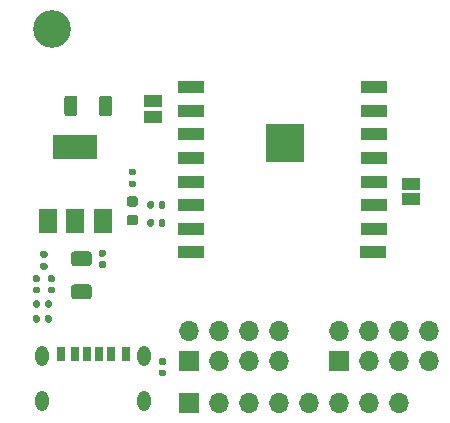
<source format=gbr>
%TF.GenerationSoftware,KiCad,Pcbnew,5.1.10*%
%TF.CreationDate,2021-05-31T03:58:19-05:00*%
%TF.ProjectId,airsensor,61697273-656e-4736-9f72-2e6b69636164,rev?*%
%TF.SameCoordinates,Original*%
%TF.FileFunction,Soldermask,Top*%
%TF.FilePolarity,Negative*%
%FSLAX46Y46*%
G04 Gerber Fmt 4.6, Leading zero omitted, Abs format (unit mm)*
G04 Created by KiCad (PCBNEW 5.1.10) date 2021-05-31 03:58:19*
%MOMM*%
%LPD*%
G01*
G04 APERTURE LIST*
%ADD10R,0.800000X1.200000*%
%ADD11R,0.760000X1.200000*%
%ADD12R,0.700000X1.200000*%
%ADD13O,1.110000X1.710000*%
%ADD14C,3.200000*%
%ADD15R,1.500000X2.000000*%
%ADD16R,3.800000X2.000000*%
%ADD17R,1.500000X1.000000*%
%ADD18O,1.700000X1.700000*%
%ADD19R,1.700000X1.700000*%
%ADD20R,3.200000X3.200000*%
%ADD21R,2.200000X1.100000*%
%ADD22R,2.300000X1.100000*%
G04 APERTURE END LIST*
D10*
%TO.C,J1*%
X138728000Y-157672000D03*
X144228000Y-157672000D03*
D11*
X142998000Y-157672000D03*
X139958000Y-157672000D03*
D12*
X140978000Y-157672000D03*
X141978000Y-157672000D03*
D13*
X145798000Y-157822000D03*
X145798000Y-161622000D03*
X137158000Y-161622000D03*
X137158000Y-157822000D03*
%TD*%
D14*
%TO.C,H1*%
X137966000Y-130122000D03*
%TD*%
D15*
%TO.C,U1*%
X137654000Y-146406000D03*
X142254000Y-146406000D03*
X139954000Y-146406000D03*
D16*
X139954000Y-140106000D03*
%TD*%
%TO.C,R5*%
G36*
G01*
X144965000Y-142508000D02*
X144595000Y-142508000D01*
G75*
G02*
X144460000Y-142373000I0J135000D01*
G01*
X144460000Y-142103000D01*
G75*
G02*
X144595000Y-141968000I135000J0D01*
G01*
X144965000Y-141968000D01*
G75*
G02*
X145100000Y-142103000I0J-135000D01*
G01*
X145100000Y-142373000D01*
G75*
G02*
X144965000Y-142508000I-135000J0D01*
G01*
G37*
G36*
G01*
X144965000Y-143528000D02*
X144595000Y-143528000D01*
G75*
G02*
X144460000Y-143393000I0J135000D01*
G01*
X144460000Y-143123000D01*
G75*
G02*
X144595000Y-142988000I135000J0D01*
G01*
X144965000Y-142988000D01*
G75*
G02*
X145100000Y-143123000I0J-135000D01*
G01*
X145100000Y-143393000D01*
G75*
G02*
X144965000Y-143528000I-135000J0D01*
G01*
G37*
%TD*%
%TO.C,R4*%
G36*
G01*
X141931500Y-137277001D02*
X141931500Y-136026999D01*
G75*
G02*
X142181499Y-135777000I249999J0D01*
G01*
X142806501Y-135777000D01*
G75*
G02*
X143056500Y-136026999I0J-249999D01*
G01*
X143056500Y-137277001D01*
G75*
G02*
X142806501Y-137527000I-249999J0D01*
G01*
X142181499Y-137527000D01*
G75*
G02*
X141931500Y-137277001I0J249999D01*
G01*
G37*
G36*
G01*
X139006500Y-137277001D02*
X139006500Y-136026999D01*
G75*
G02*
X139256499Y-135777000I249999J0D01*
G01*
X139881501Y-135777000D01*
G75*
G02*
X140131500Y-136026999I0J-249999D01*
G01*
X140131500Y-137277001D01*
G75*
G02*
X139881501Y-137527000I-249999J0D01*
G01*
X139256499Y-137527000D01*
G75*
G02*
X139006500Y-137277001I0J249999D01*
G01*
G37*
%TD*%
%TO.C,R3*%
G36*
G01*
X137102000Y-149973000D02*
X137472000Y-149973000D01*
G75*
G02*
X137607000Y-150108000I0J-135000D01*
G01*
X137607000Y-150378000D01*
G75*
G02*
X137472000Y-150513000I-135000J0D01*
G01*
X137102000Y-150513000D01*
G75*
G02*
X136967000Y-150378000I0J135000D01*
G01*
X136967000Y-150108000D01*
G75*
G02*
X137102000Y-149973000I135000J0D01*
G01*
G37*
G36*
G01*
X137102000Y-148953000D02*
X137472000Y-148953000D01*
G75*
G02*
X137607000Y-149088000I0J-135000D01*
G01*
X137607000Y-149358000D01*
G75*
G02*
X137472000Y-149493000I-135000J0D01*
G01*
X137102000Y-149493000D01*
G75*
G02*
X136967000Y-149358000I0J135000D01*
G01*
X136967000Y-149088000D01*
G75*
G02*
X137102000Y-148953000I135000J0D01*
G01*
G37*
%TD*%
%TO.C,R2*%
G36*
G01*
X137406000Y-153607000D02*
X137406000Y-153237000D01*
G75*
G02*
X137541000Y-153102000I135000J0D01*
G01*
X137811000Y-153102000D01*
G75*
G02*
X137946000Y-153237000I0J-135000D01*
G01*
X137946000Y-153607000D01*
G75*
G02*
X137811000Y-153742000I-135000J0D01*
G01*
X137541000Y-153742000D01*
G75*
G02*
X137406000Y-153607000I0J135000D01*
G01*
G37*
G36*
G01*
X136386000Y-153607000D02*
X136386000Y-153237000D01*
G75*
G02*
X136521000Y-153102000I135000J0D01*
G01*
X136791000Y-153102000D01*
G75*
G02*
X136926000Y-153237000I0J-135000D01*
G01*
X136926000Y-153607000D01*
G75*
G02*
X136791000Y-153742000I-135000J0D01*
G01*
X136521000Y-153742000D01*
G75*
G02*
X136386000Y-153607000I0J135000D01*
G01*
G37*
%TD*%
%TO.C,R1*%
G36*
G01*
X137400000Y-154871000D02*
X137400000Y-154501000D01*
G75*
G02*
X137535000Y-154366000I135000J0D01*
G01*
X137805000Y-154366000D01*
G75*
G02*
X137940000Y-154501000I0J-135000D01*
G01*
X137940000Y-154871000D01*
G75*
G02*
X137805000Y-155006000I-135000J0D01*
G01*
X137535000Y-155006000D01*
G75*
G02*
X137400000Y-154871000I0J135000D01*
G01*
G37*
G36*
G01*
X136380000Y-154871000D02*
X136380000Y-154501000D01*
G75*
G02*
X136515000Y-154366000I135000J0D01*
G01*
X136785000Y-154366000D01*
G75*
G02*
X136920000Y-154501000I0J-135000D01*
G01*
X136920000Y-154871000D01*
G75*
G02*
X136785000Y-155006000I-135000J0D01*
G01*
X136515000Y-155006000D01*
G75*
G02*
X136380000Y-154871000I0J135000D01*
G01*
G37*
%TD*%
D17*
%TO.C,JP2*%
X168402000Y-143256000D03*
X168402000Y-144556000D03*
%TD*%
%TO.C,JP1*%
X146558000Y-136256000D03*
X146558000Y-137556000D03*
%TD*%
D18*
%TO.C,J3*%
X167386000Y-161798000D03*
X164846000Y-161798000D03*
X162306000Y-161798000D03*
X159766000Y-161798000D03*
X157226000Y-161798000D03*
X154686000Y-161798000D03*
X152146000Y-161798000D03*
D19*
X149606000Y-161798000D03*
%TD*%
D18*
%TO.C,J2*%
X157226000Y-155702000D03*
X157226000Y-158242000D03*
X154686000Y-155702000D03*
X154686000Y-158242000D03*
X152146000Y-155702000D03*
X152146000Y-158242000D03*
X149606000Y-155702000D03*
D19*
X149606000Y-158242000D03*
%TD*%
%TO.C,F1*%
G36*
G01*
X139837000Y-151775000D02*
X141087000Y-151775000D01*
G75*
G02*
X141337000Y-152025000I0J-250000D01*
G01*
X141337000Y-152775000D01*
G75*
G02*
X141087000Y-153025000I-250000J0D01*
G01*
X139837000Y-153025000D01*
G75*
G02*
X139587000Y-152775000I0J250000D01*
G01*
X139587000Y-152025000D01*
G75*
G02*
X139837000Y-151775000I250000J0D01*
G01*
G37*
G36*
G01*
X139837000Y-148975000D02*
X141087000Y-148975000D01*
G75*
G02*
X141337000Y-149225000I0J-250000D01*
G01*
X141337000Y-149975000D01*
G75*
G02*
X141087000Y-150225000I-250000J0D01*
G01*
X139837000Y-150225000D01*
G75*
G02*
X139587000Y-149975000I0J250000D01*
G01*
X139587000Y-149225000D01*
G75*
G02*
X139837000Y-148975000I250000J0D01*
G01*
G37*
%TD*%
%TO.C,D1*%
G36*
G01*
X145036250Y-145192000D02*
X144523750Y-145192000D01*
G75*
G02*
X144305000Y-144973250I0J218750D01*
G01*
X144305000Y-144535750D01*
G75*
G02*
X144523750Y-144317000I218750J0D01*
G01*
X145036250Y-144317000D01*
G75*
G02*
X145255000Y-144535750I0J-218750D01*
G01*
X145255000Y-144973250D01*
G75*
G02*
X145036250Y-145192000I-218750J0D01*
G01*
G37*
G36*
G01*
X145036250Y-146767000D02*
X144523750Y-146767000D01*
G75*
G02*
X144305000Y-146548250I0J218750D01*
G01*
X144305000Y-146110750D01*
G75*
G02*
X144523750Y-145892000I218750J0D01*
G01*
X145036250Y-145892000D01*
G75*
G02*
X145255000Y-146110750I0J-218750D01*
G01*
X145255000Y-146548250D01*
G75*
G02*
X145036250Y-146767000I-218750J0D01*
G01*
G37*
%TD*%
%TO.C,C6*%
G36*
G01*
X147150000Y-158978000D02*
X147490000Y-158978000D01*
G75*
G02*
X147630000Y-159118000I0J-140000D01*
G01*
X147630000Y-159398000D01*
G75*
G02*
X147490000Y-159538000I-140000J0D01*
G01*
X147150000Y-159538000D01*
G75*
G02*
X147010000Y-159398000I0J140000D01*
G01*
X147010000Y-159118000D01*
G75*
G02*
X147150000Y-158978000I140000J0D01*
G01*
G37*
G36*
G01*
X147150000Y-158018000D02*
X147490000Y-158018000D01*
G75*
G02*
X147630000Y-158158000I0J-140000D01*
G01*
X147630000Y-158438000D01*
G75*
G02*
X147490000Y-158578000I-140000J0D01*
G01*
X147150000Y-158578000D01*
G75*
G02*
X147010000Y-158438000I0J140000D01*
G01*
X147010000Y-158158000D01*
G75*
G02*
X147150000Y-158018000I140000J0D01*
G01*
G37*
%TD*%
%TO.C,C5*%
G36*
G01*
X147012000Y-146728000D02*
X147012000Y-146388000D01*
G75*
G02*
X147152000Y-146248000I140000J0D01*
G01*
X147432000Y-146248000D01*
G75*
G02*
X147572000Y-146388000I0J-140000D01*
G01*
X147572000Y-146728000D01*
G75*
G02*
X147432000Y-146868000I-140000J0D01*
G01*
X147152000Y-146868000D01*
G75*
G02*
X147012000Y-146728000I0J140000D01*
G01*
G37*
G36*
G01*
X146052000Y-146728000D02*
X146052000Y-146388000D01*
G75*
G02*
X146192000Y-146248000I140000J0D01*
G01*
X146472000Y-146248000D01*
G75*
G02*
X146612000Y-146388000I0J-140000D01*
G01*
X146612000Y-146728000D01*
G75*
G02*
X146472000Y-146868000I-140000J0D01*
G01*
X146192000Y-146868000D01*
G75*
G02*
X146052000Y-146728000I0J140000D01*
G01*
G37*
%TD*%
%TO.C,C4*%
G36*
G01*
X147012000Y-145204000D02*
X147012000Y-144864000D01*
G75*
G02*
X147152000Y-144724000I140000J0D01*
G01*
X147432000Y-144724000D01*
G75*
G02*
X147572000Y-144864000I0J-140000D01*
G01*
X147572000Y-145204000D01*
G75*
G02*
X147432000Y-145344000I-140000J0D01*
G01*
X147152000Y-145344000D01*
G75*
G02*
X147012000Y-145204000I0J140000D01*
G01*
G37*
G36*
G01*
X146052000Y-145204000D02*
X146052000Y-144864000D01*
G75*
G02*
X146192000Y-144724000I140000J0D01*
G01*
X146472000Y-144724000D01*
G75*
G02*
X146612000Y-144864000I0J-140000D01*
G01*
X146612000Y-145204000D01*
G75*
G02*
X146472000Y-145344000I-140000J0D01*
G01*
X146192000Y-145344000D01*
G75*
G02*
X146052000Y-145204000I0J140000D01*
G01*
G37*
%TD*%
%TO.C,C3*%
G36*
G01*
X136482000Y-151965000D02*
X136822000Y-151965000D01*
G75*
G02*
X136962000Y-152105000I0J-140000D01*
G01*
X136962000Y-152385000D01*
G75*
G02*
X136822000Y-152525000I-140000J0D01*
G01*
X136482000Y-152525000D01*
G75*
G02*
X136342000Y-152385000I0J140000D01*
G01*
X136342000Y-152105000D01*
G75*
G02*
X136482000Y-151965000I140000J0D01*
G01*
G37*
G36*
G01*
X136482000Y-151005000D02*
X136822000Y-151005000D01*
G75*
G02*
X136962000Y-151145000I0J-140000D01*
G01*
X136962000Y-151425000D01*
G75*
G02*
X136822000Y-151565000I-140000J0D01*
G01*
X136482000Y-151565000D01*
G75*
G02*
X136342000Y-151425000I0J140000D01*
G01*
X136342000Y-151145000D01*
G75*
G02*
X136482000Y-151005000I140000J0D01*
G01*
G37*
%TD*%
%TO.C,C2*%
G36*
G01*
X137752000Y-151965000D02*
X138092000Y-151965000D01*
G75*
G02*
X138232000Y-152105000I0J-140000D01*
G01*
X138232000Y-152385000D01*
G75*
G02*
X138092000Y-152525000I-140000J0D01*
G01*
X137752000Y-152525000D01*
G75*
G02*
X137612000Y-152385000I0J140000D01*
G01*
X137612000Y-152105000D01*
G75*
G02*
X137752000Y-151965000I140000J0D01*
G01*
G37*
G36*
G01*
X137752000Y-151005000D02*
X138092000Y-151005000D01*
G75*
G02*
X138232000Y-151145000I0J-140000D01*
G01*
X138232000Y-151425000D01*
G75*
G02*
X138092000Y-151565000I-140000J0D01*
G01*
X137752000Y-151565000D01*
G75*
G02*
X137612000Y-151425000I0J140000D01*
G01*
X137612000Y-151145000D01*
G75*
G02*
X137752000Y-151005000I140000J0D01*
G01*
G37*
%TD*%
%TO.C,C1*%
G36*
G01*
X142070000Y-149806000D02*
X142410000Y-149806000D01*
G75*
G02*
X142550000Y-149946000I0J-140000D01*
G01*
X142550000Y-150226000D01*
G75*
G02*
X142410000Y-150366000I-140000J0D01*
G01*
X142070000Y-150366000D01*
G75*
G02*
X141930000Y-150226000I0J140000D01*
G01*
X141930000Y-149946000D01*
G75*
G02*
X142070000Y-149806000I140000J0D01*
G01*
G37*
G36*
G01*
X142070000Y-148846000D02*
X142410000Y-148846000D01*
G75*
G02*
X142550000Y-148986000I0J-140000D01*
G01*
X142550000Y-149266000D01*
G75*
G02*
X142410000Y-149406000I-140000J0D01*
G01*
X142070000Y-149406000D01*
G75*
G02*
X141930000Y-149266000I0J140000D01*
G01*
X141930000Y-148986000D01*
G75*
G02*
X142070000Y-148846000I140000J0D01*
G01*
G37*
%TD*%
D20*
%TO.C,U2*%
X157680000Y-139757000D03*
D21*
X165230000Y-135057000D03*
X165230000Y-137057000D03*
X165230000Y-139057000D03*
X165230000Y-141057000D03*
X165230000Y-143057000D03*
X165230000Y-145057000D03*
X165230000Y-147057000D03*
D22*
X165180000Y-149057000D03*
D21*
X149730000Y-149057000D03*
X149730000Y-147057000D03*
X149730000Y-145057000D03*
X149730000Y-143057000D03*
X149730000Y-141057000D03*
X149730000Y-139057000D03*
X149730000Y-137057000D03*
X149730000Y-135057000D03*
%TD*%
D18*
%TO.C,J4*%
X169926000Y-155702000D03*
X169926000Y-158242000D03*
X167386000Y-155702000D03*
X167386000Y-158242000D03*
X164846000Y-155702000D03*
X164846000Y-158242000D03*
X162306000Y-155702000D03*
D19*
X162306000Y-158242000D03*
%TD*%
M02*

</source>
